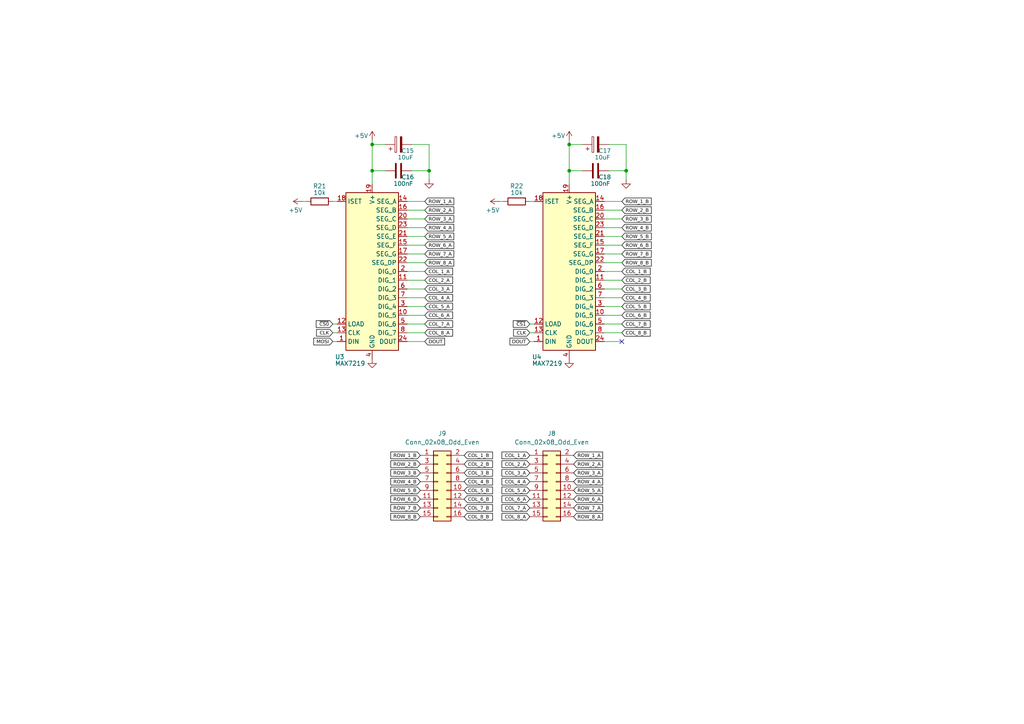
<source format=kicad_sch>
(kicad_sch (version 20250114) (generator "eeschema") (generator_version "9.0")
  (paper "A4")
  (lib_symbols
    (symbol "Connector_Generic:Conn_02x08_Odd_Even" (pin_names (offset 1.016) (hide yes))
      (property "Reference" "J" (at 1.27 10.16 0))
      (property "Value" "Conn_02x08_Odd_Even" (at 1.27 -12.7 0))
      (symbol "Conn_02x08_Odd_Even_1_1"
        (rectangle (start -1.27 8.89) (end 3.81 -11.43) (stroke (width 0.254)) (fill (type background)))
        (rectangle (start -1.27 7.747) (end 0 7.493) (stroke (width 0.1524)))
        (rectangle (start -1.27 5.207) (end 0 4.953) (stroke (width 0.1524)))
        (rectangle (start -1.27 2.667) (end 0 2.413) (stroke (width 0.1524)))
        (rectangle (start -1.27 0.127) (end 0 -0.127) (stroke (width 0.1524)))
        (rectangle (start -1.27 -2.413) (end 0 -2.667) (stroke (width 0.1524)))
        (rectangle (start -1.27 -4.953) (end 0 -5.207) (stroke (width 0.1524)))
        (rectangle (start -1.27 -7.493) (end 0 -7.747) (stroke (width 0.1524)))
        (rectangle (start -1.27 -10.033) (end 0 -10.287) (stroke (width 0.1524)))
        (rectangle (start 3.81 7.747) (end 2.54 7.493) (stroke (width 0.1524)))
        (rectangle (start 3.81 5.207) (end 2.54 4.953) (stroke (width 0.1524)))
        (rectangle (start 3.81 2.667) (end 2.54 2.413) (stroke (width 0.1524)))
        (rectangle (start 3.81 0.127) (end 2.54 -0.127) (stroke (width 0.1524)))
        (rectangle (start 3.81 -2.413) (end 2.54 -2.667) (stroke (width 0.1524)))
        (rectangle (start 3.81 -4.953) (end 2.54 -5.207) (stroke (width 0.1524)))
        (rectangle (start 3.81 -7.493) (end 2.54 -7.747) (stroke (width 0.1524)))
        (rectangle (start 3.81 -10.033) (end 2.54 -10.287) (stroke (width 0.1524)))
        (pin passive line (at -5.08 7.62 0) (length 3.81) (name "Pin_1") (number "1"))
        (pin passive line (at -5.08 5.08 0) (length 3.81) (name "Pin_3") (number "3"))
        (pin passive line (at -5.08 2.54 0) (length 3.81) (name "Pin_5") (number "5"))
        (pin passive line (at -5.08 0 0) (length 3.81) (name "Pin_7") (number "7"))
        (pin passive line (at -5.08 -2.54 0) (length 3.81) (name "Pin_9") (number "9"))
        (pin passive line (at -5.08 -5.08 0) (length 3.81) (name "Pin_11") (number "11"))
        (pin passive line (at -5.08 -7.62 0) (length 3.81) (name "Pin_13") (number "13"))
        (pin passive line (at -5.08 -10.16 0) (length 3.81) (name "Pin_15") (number "15"))
        (pin passive line (at 7.62 7.62 180) (length 3.81) (name "Pin_2") (number "2"))
        (pin passive line (at 7.62 5.08 180) (length 3.81) (name "Pin_4") (number "4"))
        (pin passive line (at 7.62 2.54 180) (length 3.81) (name "Pin_6") (number "6"))
        (pin passive line (at 7.62 0 180) (length 3.81) (name "Pin_8") (number "8"))
        (pin passive line (at 7.62 -2.54 180) (length 3.81) (name "Pin_10") (number "10"))
        (pin passive line (at 7.62 -5.08 180) (length 3.81) (name "Pin_12") (number "12"))
        (pin passive line (at 7.62 -7.62 180) (length 3.81) (name "Pin_14") (number "14"))
        (pin passive line (at 7.62 -10.16 180) (length 3.81) (name "Pin_16") (number "16"))
      )
    )
    (symbol "Device:C" (pin_numbers (hide yes)) (pin_names (offset 0.254))
      (property "Reference" "C" (at 0.635 2.54 0))
      (property "Value" "C" (at 0.635 -2.54 0))
      (symbol "C_0_1"
        (polyline (pts (xy -2.032 0.762) (xy 2.032 0.762)) (stroke (width 0.508)))
        (polyline (pts (xy -2.032 -0.762) (xy 2.032 -0.762)) (stroke (width 0.508)))
      )
      (symbol "C_1_1"
        (pin passive line (at 0 3.81 270) (length 2.794) (name "~") (number "1"))
        (pin passive line (at 0 -3.81 90) (length 2.794) (name "~") (number "2"))
      )
    )
    (symbol "Device:C_Polarized" (pin_numbers (hide yes)) (pin_names (offset 0.254))
      (property "Reference" "C" (at 0.635 2.54 0))
      (property "Value" "C_Polarized" (at 0.635 -2.54 0))
      (symbol "C_Polarized_0_1"
        (rectangle (start -2.286 0.508) (end 2.286 1.016))
        (polyline (pts (xy -1.778 2.286) (xy -0.762 2.286)))
        (polyline (pts (xy -1.27 2.794) (xy -1.27 1.778)))
        (rectangle (start 2.286 -0.508) (end -2.286 -1.016) (fill (type outline)))
      )
      (symbol "C_Polarized_1_1"
        (pin passive line (at 0 3.81 270) (length 2.794) (name "~") (number "1"))
        (pin passive line (at 0 -3.81 90) (length 2.794) (name "~") (number "2"))
      )
    )
    (symbol "Device:R" (pin_numbers (hide yes)) (pin_names (offset 0))
      (property "Reference" "R" (at 2.032 0 90))
      (property "Value" "R" (at 0 0 90))
      (symbol "R_0_1"
        (rectangle (start -1.016 -2.54) (end 1.016 2.54) (stroke (width 0.254)))
      )
      (symbol "R_1_1"
        (pin passive line (at 0 3.81 270) (length 1.27) (name "~") (number "1"))
        (pin passive line (at 0 -3.81 90) (length 1.27) (name "~") (number "2"))
      )
    )
    (symbol "Driver_LED:MAX7219"
      (property "Reference" "U" (at -6.35 24.13 0))
      (property "Value" "MAX7219" (at 1.27 25.4 0))
      (symbol "MAX7219_0_1"
        (rectangle (start -7.62 22.86) (end 7.62 -22.86) (stroke (width 0.254)) (fill (type background)))
      )
      (symbol "MAX7219_1_1"
        (pin input line (at -10.16 20.32 0) (length 2.54) (name "ISET") (number "18"))
        (pin input line (at -10.16 -15.24 0) (length 2.54) (name "LOAD") (number "12"))
        (pin input line (at -10.16 -17.78 0) (length 2.54) (name "CLK") (number "13"))
        (pin input line (at -10.16 -20.32 0) (length 2.54) (name "DIN") (number "1"))
        (pin power_in line (at 0 25.4 270) (length 2.54) (name "V+") (number "19"))
        (pin power_in line (at 0 -25.4 90) (length 2.54) (name "GND") (number "4"))
        (pin passive line (at 0 -25.4 90) (length 2.54) (hide yes) (name "GND") (number "9"))
        (pin output line (at 10.16 20.32 180) (length 2.54) (name "SEG_A") (number "14"))
        (pin output line (at 10.16 17.78 180) (length 2.54) (name "SEG_B") (number "16"))
        (pin output line (at 10.16 15.24 180) (length 2.54) (name "SEG_C") (number "20"))
        (pin output line (at 10.16 12.7 180) (length 2.54) (name "SEG_D") (number "23"))
        (pin output line (at 10.16 10.16 180) (length 2.54) (name "SEG_E") (number "21"))
        (pin output line (at 10.16 7.62 180) (length 2.54) (name "SEG_F") (number "15"))
        (pin output line (at 10.16 5.08 180) (length 2.54) (name "SEG_G") (number "17"))
        (pin output line (at 10.16 2.54 180) (length 2.54) (name "SEG_DP") (number "22"))
        (pin output line (at 10.16 0 180) (length 2.54) (name "DIG_0") (number "2"))
        (pin output line (at 10.16 -2.54 180) (length 2.54) (name "DIG_1") (number "11"))
        (pin output line (at 10.16 -5.08 180) (length 2.54) (name "DIG_2") (number "6"))
        (pin output line (at 10.16 -7.62 180) (length 2.54) (name "DIG_3") (number "7"))
        (pin output line (at 10.16 -10.16 180) (length 2.54) (name "DIG_4") (number "3"))
        (pin output line (at 10.16 -12.7 180) (length 2.54) (name "DIG_5") (number "10"))
        (pin output line (at 10.16 -15.24 180) (length 2.54) (name "DIG_6") (number "5"))
        (pin output line (at 10.16 -17.78 180) (length 2.54) (name "DIG_7") (number "8"))
        (pin output line (at 10.16 -20.32 180) (length 2.54) (name "DOUT") (number "24"))
      )
    )
    (symbol "GND_1" (power) (pin_numbers (hide yes)) (pin_names (offset 0) (hide yes))
      (property "Value" "GND" (at 0 -3.81 0))
      (symbol "GND_1_0_1"
        (polyline (pts (xy 0 0) (xy 0 -1.27) (xy 1.27 -1.27) (xy 0 -2.54) (xy -1.27 -1.27) (xy 0 -1.27)))
      )
      (symbol "GND_1_1_1"
        (pin power_in line (at 0 0 270) (length 0) (name "~") (number "1"))
      )
    )
    (symbol "power:+5V" (power) (pin_numbers (hide yes)) (pin_names (offset 0) (hide yes))
      (property "Value" "+5V" (at 0 3.556 0))
      (symbol "+5V_0_1"
        (polyline (pts (xy -0.762 1.27) (xy 0 2.54)))
        (polyline (pts (xy 0 2.54) (xy 0.762 1.27)))
        (polyline (pts (xy 0 0) (xy 0 2.54)))
      )
      (symbol "+5V_1_1"
        (pin power_in line (at 0 0 90) (length 0) (name "~") (number "1"))
      )
    )
    (symbol "power:GND" (power) (pin_names (offset 0))
      (property "Value" "GND" (at 0 -3.81 0))
      (symbol "GND_0_1"
        (polyline (pts (xy 0 0) (xy 0 -1.27) (xy 1.27 -1.27) (xy 0 -2.54) (xy -1.27 -1.27) (xy 0 -1.27)))
      )
      (symbol "GND_1_1"
        (pin power_in line (at 0 0 270) (length 0) (hide yes) (name "GND") (number "1"))
      )
    )
  )
  (junction (at 181.61 49.53))
  (junction (at 107.95 49.53))
  (junction (at 124.46 49.53))
  (junction (at 165.1 41.91))
  (junction (at 165.1 49.53))
  (junction (at 107.95 41.91))
  (no_connect (at 180.34 99.06))
  (wire (pts (xy 123.19 81.28) (xy 118.11 81.28)))
  (wire (pts (xy 153.67 99.06) (xy 154.94 99.06)))
  (wire (pts (xy 123.19 93.98) (xy 118.11 93.98)))
  (wire (pts (xy 118.11 76.2) (xy 123.19 76.2)))
  (wire (pts (xy 180.34 73.66) (xy 175.26 73.66)))
  (wire (pts (xy 181.61 41.91) (xy 181.61 49.53)))
  (wire (pts (xy 111.76 49.53) (xy 107.95 49.53)))
  (wire (pts (xy 119.38 41.91) (xy 124.46 41.91)))
  (wire (pts (xy 118.11 99.06) (xy 123.19 99.06)))
  (wire (pts (xy 124.46 41.91) (xy 124.46 49.53)))
  (wire (pts (xy 175.26 76.2) (xy 180.34 76.2)))
  (wire (pts (xy 96.52 99.06) (xy 97.79 99.06)))
  (wire (pts (xy 144.78 58.42) (xy 146.05 58.42)))
  (wire (pts (xy 181.61 49.53) (xy 181.61 52.07)))
  (wire (pts (xy 180.34 68.58) (xy 175.26 68.58)))
  (wire (pts (xy 123.19 63.5) (xy 118.11 63.5)))
  (wire (pts (xy 153.67 93.98) (xy 154.94 93.98)))
  (wire (pts (xy 107.95 40.64) (xy 107.95 41.91)))
  (wire (pts (xy 96.52 93.98) (xy 97.79 93.98)))
  (wire (pts (xy 175.26 99.06) (xy 180.34 99.06)))
  (wire (pts (xy 119.38 49.53) (xy 124.46 49.53)))
  (wire (pts (xy 180.34 78.74) (xy 175.26 78.74)))
  (wire (pts (xy 165.1 41.91) (xy 168.91 41.91)))
  (wire (pts (xy 123.19 91.44) (xy 118.11 91.44)))
  (wire (pts (xy 180.34 93.98) (xy 175.26 93.98)))
  (wire (pts (xy 180.34 86.36) (xy 175.26 86.36)))
  (wire (pts (xy 123.19 68.58) (xy 118.11 68.58)))
  (wire (pts (xy 180.34 60.96) (xy 175.26 60.96)))
  (wire (pts (xy 153.67 58.42) (xy 154.94 58.42)))
  (wire (pts (xy 87.63 58.42) (xy 88.9 58.42)))
  (wire (pts (xy 123.19 78.74) (xy 118.11 78.74)))
  (wire (pts (xy 123.19 86.36) (xy 118.11 86.36)))
  (wire (pts (xy 107.95 49.53) (xy 107.95 53.34)))
  (wire (pts (xy 180.34 71.12) (xy 175.26 71.12)))
  (wire (pts (xy 96.52 96.52) (xy 97.79 96.52)))
  (wire (pts (xy 168.91 49.53) (xy 165.1 49.53)))
  (wire (pts (xy 123.19 88.9) (xy 118.11 88.9)))
  (wire (pts (xy 180.34 88.9) (xy 175.26 88.9)))
  (wire (pts (xy 180.34 83.82) (xy 175.26 83.82)))
  (wire (pts (xy 175.26 96.52) (xy 180.34 96.52)))
  (wire (pts (xy 124.46 49.53) (xy 124.46 52.07)))
  (wire (pts (xy 123.19 83.82) (xy 118.11 83.82)))
  (wire (pts (xy 107.95 41.91) (xy 107.95 49.53)))
  (wire (pts (xy 180.34 81.28) (xy 175.26 81.28)))
  (wire (pts (xy 165.1 49.53) (xy 165.1 53.34)))
  (wire (pts (xy 180.34 58.42) (xy 175.26 58.42)))
  (wire (pts (xy 123.19 66.04) (xy 118.11 66.04)))
  (wire (pts (xy 123.19 73.66) (xy 118.11 73.66)))
  (wire (pts (xy 165.1 40.64) (xy 165.1 41.91)))
  (wire (pts (xy 123.19 60.96) (xy 118.11 60.96)))
  (wire (pts (xy 176.53 49.53) (xy 181.61 49.53)))
  (wire (pts (xy 123.19 71.12) (xy 118.11 71.12)))
  (wire (pts (xy 165.1 41.91) (xy 165.1 49.53)))
  (wire (pts (xy 96.52 58.42) (xy 97.79 58.42)))
  (wire (pts (xy 176.53 41.91) (xy 181.61 41.91)))
  (wire (pts (xy 180.34 66.04) (xy 175.26 66.04)))
  (wire (pts (xy 153.67 96.52) (xy 154.94 96.52)))
  (wire (pts (xy 123.19 58.42) (xy 118.11 58.42)))
  (wire (pts (xy 118.11 96.52) (xy 123.19 96.52)))
  (wire (pts (xy 180.34 63.5) (xy 175.26 63.5)))
  (wire (pts (xy 107.95 41.91) (xy 111.76 41.91)))
  (wire (pts (xy 180.34 91.44) (xy 175.26 91.44)))
  (global_label "COL_7_B" (shape input) (at 180.34 93.98 0) (effects (font (size 1 1))) (property "Intersheetrefs" "${INTERSHEET_REFS}" (effects (hide yes))))
  (global_label "ROW_3_A" (shape input) (at 123.19 63.5 0) (effects (font (size 1 1))) (property "Intersheetrefs" "${INTERSHEET_REFS}" (effects (hide yes))))
  (global_label "ROW_2_A" (shape input) (at 166.37 134.62 0) (effects (font (size 1 1))) (property "Intersheetrefs" "${INTERSHEET_REFS}" (effects (hide yes))))
  (global_label "ROW_7_A" (shape input) (at 123.19 73.66 0) (effects (font (size 1 1))) (property "Intersheetrefs" "${INTERSHEET_REFS}" (effects (hide yes))))
  (global_label "COL_5_B" (shape input) (at 180.34 88.9 0) (effects (font (size 1 1))) (property "Intersheetrefs" "${INTERSHEET_REFS}" (effects (hide yes))))
  (global_label "COL_2_A" (shape input) (at 153.67 134.62 180) (effects (font (size 1 1))) (property "Intersheetrefs" "${INTERSHEET_REFS}" (effects (hide yes))))
  (global_label "COL_6_B" (shape input) (at 180.34 91.44 0) (effects (font (size 1 1))) (property "Intersheetrefs" "${INTERSHEET_REFS}" (effects (hide yes))))
  (global_label "COL_8_A" (shape input) (at 153.67 149.86 180) (effects (font (size 1 1))) (property "Intersheetrefs" "${INTERSHEET_REFS}" (effects (hide yes))))
  (global_label "ROW_2_B" (shape input) (at 180.34 60.96 0) (effects (font (size 1 1))) (property "Intersheetrefs" "${INTERSHEET_REFS}" (effects (hide yes))))
  (global_label "ROW_1_A" (shape input) (at 123.19 58.42 0) (effects (font (size 1 1))) (property "Intersheetrefs" "${INTERSHEET_REFS}" (effects (hide yes))))
  (global_label "ROW_6_B" (shape input) (at 121.92 144.78 180) (effects (font (size 1 1))) (property "Intersheetrefs" "${INTERSHEET_REFS}" (effects (hide yes))))
  (global_label "ROW_8_B" (shape input) (at 180.34 76.2 0) (effects (font (size 1 1))) (property "Intersheetrefs" "${INTERSHEET_REFS}" (effects (hide yes))))
  (global_label "COL_5_B" (shape input) (at 134.62 142.24 0) (effects (font (size 1 1))) (property "Intersheetrefs" "${INTERSHEET_REFS}" (effects (hide yes))))
  (global_label "ROW_8_B" (shape input) (at 121.92 149.86 180) (effects (font (size 1 1))) (property "Intersheetrefs" "${INTERSHEET_REFS}" (effects (hide yes))))
  (global_label "ROW_7_A" (shape input) (at 166.37 147.32 0) (effects (font (size 1 1))) (property "Intersheetrefs" "${INTERSHEET_REFS}" (effects (hide yes))))
  (global_label "ROW_4_B" (shape input) (at 180.34 66.04 0) (effects (font (size 1 1))) (property "Intersheetrefs" "${INTERSHEET_REFS}" (effects (hide yes))))
  (global_label "DOUT" (shape input) (at 123.19 99.06 0) (effects (font (size 1 1))) (property "Intersheetrefs" "${INTERSHEET_REFS}" (effects (hide yes))))
  (global_label "COL_3_B" (shape input) (at 134.62 137.16 0) (effects (font (size 1 1))) (property "Intersheetrefs" "${INTERSHEET_REFS}" (effects (hide yes))))
  (global_label "COL_8_A" (shape input) (at 123.19 96.52 0) (effects (font (size 1 1))) (property "Intersheetrefs" "${INTERSHEET_REFS}" (effects (hide yes))))
  (global_label "COL_8_B" (shape input) (at 180.34 96.52 0) (effects (font (size 1 1))) (property "Intersheetrefs" "${INTERSHEET_REFS}" (effects (hide yes))))
  (global_label "COL_2_A" (shape input) (at 123.19 81.28 0) (effects (font (size 1 1))) (property "Intersheetrefs" "${INTERSHEET_REFS}" (effects (hide yes))))
  (global_label "COL_2_B" (shape input) (at 134.62 134.62 0) (effects (font (size 1 1))) (property "Intersheetrefs" "${INTERSHEET_REFS}" (effects (hide yes))))
  (global_label "COL_7_A" (shape input) (at 153.67 147.32 180) (effects (font (size 1 1))) (property "Intersheetrefs" "${INTERSHEET_REFS}" (effects (hide yes))))
  (global_label "ROW_5_B" (shape input) (at 121.92 142.24 180) (effects (font (size 1 1))) (property "Intersheetrefs" "${INTERSHEET_REFS}" (effects (hide yes))))
  (global_label "~{CS0}" (shape input) (at 96.52 93.98 180) (effects (font (size 1 1))) (property "Intersheetrefs" "${INTERSHEET_REFS}" (effects (hide yes))))
  (global_label "ROW_1_B" (shape input) (at 180.34 58.42 0) (effects (font (size 1 1))) (property "Intersheetrefs" "${INTERSHEET_REFS}" (effects (hide yes))))
  (global_label "COL_4_A" (shape input) (at 153.67 139.7 180) (effects (font (size 1 1))) (property "Intersheetrefs" "${INTERSHEET_REFS}" (effects (hide yes))))
  (global_label "COL_1_A" (shape input) (at 153.67 132.08 180) (effects (font (size 1 1))) (property "Intersheetrefs" "${INTERSHEET_REFS}" (effects (hide yes))))
  (global_label "COL_3_A" (shape input) (at 123.19 83.82 0) (effects (font (size 1 1))) (property "Intersheetrefs" "${INTERSHEET_REFS}" (effects (hide yes))))
  (global_label "ROW_2_A" (shape input) (at 123.19 60.96 0) (effects (font (size 1 1))) (property "Intersheetrefs" "${INTERSHEET_REFS}" (effects (hide yes))))
  (global_label "COL_2_B" (shape input) (at 180.34 81.28 0) (effects (font (size 1 1))) (property "Intersheetrefs" "${INTERSHEET_REFS}" (effects (hide yes))))
  (global_label "COL_1_A" (shape input) (at 123.19 78.74 0) (effects (font (size 1 1))) (property "Intersheetrefs" "${INTERSHEET_REFS}" (effects (hide yes))))
  (global_label "COL_5_A" (shape input) (at 123.19 88.9 0) (effects (font (size 1 1))) (property "Intersheetrefs" "${INTERSHEET_REFS}" (effects (hide yes))))
  (global_label "COL_4_B" (shape input) (at 180.34 86.36 0) (effects (font (size 1 1))) (property "Intersheetrefs" "${INTERSHEET_REFS}" (effects (hide yes))))
  (global_label "ROW_1_B" (shape input) (at 121.92 132.08 180) (effects (font (size 1 1))) (property "Intersheetrefs" "${INTERSHEET_REFS}" (effects (hide yes))))
  (global_label "COL_3_B" (shape input) (at 180.34 83.82 0) (effects (font (size 1 1))) (property "Intersheetrefs" "${INTERSHEET_REFS}" (effects (hide yes))))
  (global_label "ROW_2_B" (shape input) (at 121.92 134.62 180) (effects (font (size 1 1))) (property "Intersheetrefs" "${INTERSHEET_REFS}" (effects (hide yes))))
  (global_label "COL_7_A" (shape input) (at 123.19 93.98 0) (effects (font (size 1 1))) (property "Intersheetrefs" "${INTERSHEET_REFS}" (effects (hide yes))))
  (global_label "DOUT" (shape input) (at 153.67 99.06 180) (effects (font (size 1 1))) (property "Intersheetrefs" "${INTERSHEET_REFS}" (effects (hide yes))))
  (global_label "COL_4_A" (shape input) (at 123.19 86.36 0) (effects (font (size 1 1))) (property "Intersheetrefs" "${INTERSHEET_REFS}" (effects (hide yes))))
  (global_label "ROW_3_A" (shape input) (at 166.37 137.16 0) (effects (font (size 1 1))) (property "Intersheetrefs" "${INTERSHEET_REFS}" (effects (hide yes))))
  (global_label "CLK" (shape input) (at 153.67 96.52 180) (effects (font (size 1 1))) (property "Intersheetrefs" "${INTERSHEET_REFS}" (effects (hide yes))))
  (global_label "ROW_7_B" (shape input) (at 121.92 147.32 180) (effects (font (size 1 1))) (property "Intersheetrefs" "${INTERSHEET_REFS}" (effects (hide yes))))
  (global_label "COL_1_B" (shape input) (at 180.34 78.74 0) (effects (font (size 1 1))) (property "Intersheetrefs" "${INTERSHEET_REFS}" (effects (hide yes))))
  (global_label "ROW_6_A" (shape input) (at 123.19 71.12 0) (effects (font (size 1 1))) (property "Intersheetrefs" "${INTERSHEET_REFS}" (effects (hide yes))))
  (global_label "COL_1_B" (shape input) (at 134.62 132.08 0) (effects (font (size 1 1))) (property "Intersheetrefs" "${INTERSHEET_REFS}" (effects (hide yes))))
  (global_label "COL_6_A" (shape input) (at 153.67 144.78 180) (effects (font (size 1 1))) (property "Intersheetrefs" "${INTERSHEET_REFS}" (effects (hide yes))))
  (global_label "MOSI" (shape input) (at 96.52 99.06 180) (effects (font (size 1 1))) (property "Intersheetrefs" "${INTERSHEET_REFS}" (effects (hide yes))))
  (global_label "ROW_4_B" (shape input) (at 121.92 139.7 180) (effects (font (size 1 1))) (property "Intersheetrefs" "${INTERSHEET_REFS}" (effects (hide yes))))
  (global_label "ROW_5_A" (shape input) (at 123.19 68.58 0) (effects (font (size 1 1))) (property "Intersheetrefs" "${INTERSHEET_REFS}" (effects (hide yes))))
  (global_label "COL_3_A" (shape input) (at 153.67 137.16 180) (effects (font (size 1 1))) (property "Intersheetrefs" "${INTERSHEET_REFS}" (effects (hide yes))))
  (global_label "ROW_4_A" (shape input) (at 123.19 66.04 0) (effects (font (size 1 1))) (property "Intersheetrefs" "${INTERSHEET_REFS}" (effects (hide yes))))
  (global_label "ROW_7_B" (shape input) (at 180.34 73.66 0) (effects (font (size 1 1))) (property "Intersheetrefs" "${INTERSHEET_REFS}" (effects (hide yes))))
  (global_label "ROW_4_A" (shape input) (at 166.37 139.7 0) (effects (font (size 1 1))) (property "Intersheetrefs" "${INTERSHEET_REFS}" (effects (hide yes))))
  (global_label "ROW_3_B" (shape input) (at 121.92 137.16 180) (effects (font (size 1 1))) (property "Intersheetrefs" "${INTERSHEET_REFS}" (effects (hide yes))))
  (global_label "ROW_5_B" (shape input) (at 180.34 68.58 0) (effects (font (size 1 1))) (property "Intersheetrefs" "${INTERSHEET_REFS}" (effects (hide yes))))
  (global_label "ROW_3_B" (shape input) (at 180.34 63.5 0) (effects (font (size 1 1))) (property "Intersheetrefs" "${INTERSHEET_REFS}" (effects (hide yes))))
  (global_label "COL_4_B" (shape input) (at 134.62 139.7 0) (effects (font (size 1 1))) (property "Intersheetrefs" "${INTERSHEET_REFS}" (effects (hide yes))))
  (global_label "COL_7_B" (shape input) (at 134.62 147.32 0) (effects (font (size 1 1))) (property "Intersheetrefs" "${INTERSHEET_REFS}" (effects (hide yes))))
  (global_label "ROW_1_A" (shape input) (at 166.37 132.08 0) (effects (font (size 1 1))) (property "Intersheetrefs" "${INTERSHEET_REFS}" (effects (hide yes))))
  (global_label "~{CS1}" (shape input) (at 153.67 93.98 180) (effects (font (size 1 1))) (property "Intersheetrefs" "${INTERSHEET_REFS}" (effects (hide yes))))
  (global_label "COL_6_A" (shape input) (at 123.19 91.44 0) (effects (font (size 1 1))) (property "Intersheetrefs" "${INTERSHEET_REFS}" (effects (hide yes))))
  (global_label "COL_5_A" (shape input) (at 153.67 142.24 180) (effects (font (size 1 1))) (property "Intersheetrefs" "${INTERSHEET_REFS}" (effects (hide yes))))
  (global_label "ROW_6_A" (shape input) (at 166.37 144.78 0) (effects (font (size 1 1))) (property "Intersheetrefs" "${INTERSHEET_REFS}" (effects (hide yes))))
  (global_label "COL_6_B" (shape input) (at 134.62 144.78 0) (effects (font (size 1 1))) (property "Intersheetrefs" "${INTERSHEET_REFS}" (effects (hide yes))))
  (global_label "ROW_8_A" (shape input) (at 166.37 149.86 0) (effects (font (size 1 1))) (property "Intersheetrefs" "${INTERSHEET_REFS}" (effects (hide yes))))
  (global_label "COL_8_B" (shape input) (at 134.62 149.86 0) (effects (font (size 1 1))) (property "Intersheetrefs" "${INTERSHEET_REFS}" (effects (hide yes))))
  (global_label "ROW_6_B" (shape input) (at 180.34 71.12 0) (effects (font (size 1 1))) (property "Intersheetrefs" "${INTERSHEET_REFS}" (effects (hide yes))))
  (global_label "ROW_5_A" (shape input) (at 166.37 142.24 0) (effects (font (size 1 1))) (property "Intersheetrefs" "${INTERSHEET_REFS}" (effects (hide yes))))
  (global_label "ROW_8_A" (shape input) (at 123.19 76.2 0) (effects (font (size 1 1))) (property "Intersheetrefs" "${INTERSHEET_REFS}" (effects (hide yes))))
  (global_label "CLK" (shape input) (at 96.52 96.52 180) (effects (font (size 1 1))) (property "Intersheetrefs" "${INTERSHEET_REFS}" (effects (hide yes))))
  (symbol (lib_id "power:+5V") (at 165.1 40.64 0) (unit 1)
    (property "Reference" "#PWR065" (effects (hide yes)))
    (property "Value" "+5V" (at 161.925 39.37 0))
    (property "Description" "Power symbol creates a global label with name \"+5V\"" (effects (hide yes)))
  )
  (symbol (lib_name "GND_1") (lib_id "power:GND") (at 124.46 52.07 0) (unit 1)
    (property "Reference" "#PWR063" (effects (hide yes)))
    (property "Value" "GND" (effects (hide yes)))
    (property "Description" "Power symbol creates a global label with name \"GND\" , ground" (effects (hide yes)))
  )
  (symbol (lib_id "power:+5V") (at 144.78 58.42 90) (unit 1)
    (property "Reference" "#PWR064" (effects (hide yes)))
    (property "Value" "+5V" (at 142.875 60.96 90))
    (property "Description" "Power symbol creates a global label with name \"+5V\"" (effects (hide yes)))
  )
  (symbol (lib_id "power:+5V") (at 107.95 40.64 0) (unit 1)
    (property "Reference" "#PWR061" (effects (hide yes)))
    (property "Value" "+5V" (at 104.775 39.37 0))
    (property "Description" "Power symbol creates a global label with name \"+5V\"" (effects (hide yes)))
  )
  (symbol (lib_id "Device:C_Polarized") (at 115.57 41.91 90) (unit 1)
    (property "Reference" "C15" (at 120.015 43.815 90) (effects (justify left)))
    (property "Value" "10uF" (at 120.015 45.72 90) (effects (justify left)))
    (property "Footprint" "Capacitor_Tantalum_SMD:CP_EIA-3216-18_Kemet-A_Pad1.58x1.35mm_HandSolder" (effects (hide yes)))
  )
  (symbol (lib_id "Device:C_Polarized") (at 172.72 41.91 90) (unit 1)
    (property "Reference" "C17" (at 177.165 43.815 90) (effects (justify left)))
    (property "Value" "10uF" (at 177.165 45.72 90) (effects (justify left)))
    (property "Footprint" "Capacitor_Tantalum_SMD:CP_EIA-3216-18_Kemet-A_Pad1.58x1.35mm_HandSolder" (effects (hide yes)))
  )
  (symbol (lib_id "Device:C") (at 115.57 49.53 90) (mirror x) (unit 1)
    (property "Reference" "C16" (at 120.015 51.435 90) (effects (justify left)))
    (property "Value" "100nF" (at 120.015 53.34 90) (effects (justify left)))
    (property "Footprint" "Capacitor_SMD:C_0805_2012Metric_Pad1.18x1.45mm_HandSolder" (effects (hide yes)))
  )
  (symbol (lib_id "power:GND") (at 107.95 104.14 0) (unit 1)
    (property "Reference" "#PWR062" (effects (hide yes)))
    (property "Value" "GND" (effects (hide yes)))
  )
  (symbol (lib_id "Device:R") (at 149.86 58.42 90) (unit 1)
    (property "Reference" "R22" (at 149.86 53.975 90))
    (property "Value" "10k" (at 149.86 55.88 90))
    (property "Footprint" "Resistor_SMD:R_0805_2012Metric_Pad1.20x1.40mm_HandSolder" (effects (hide yes)))
    (property "Description" "Resistor" (effects (hide yes)))
  )
  (symbol (lib_id "power:GND") (at 165.1 104.14 0) (unit 1)
    (property "Reference" "#PWR066" (effects (hide yes)))
    (property "Value" "GND" (effects (hide yes)))
  )
  (symbol (lib_id "power:+5V") (at 87.63 58.42 90) (unit 1)
    (property "Reference" "#PWR060" (effects (hide yes)))
    (property "Value" "+5V" (at 85.725 60.96 90))
    (property "Description" "Power symbol creates a global label with name \"+5V\"" (effects (hide yes)))
  )
  (symbol (lib_id "Driver_LED:MAX7219") (at 107.95 78.74 0) (unit 1)
    (property "Reference" "U3" (at 97.155 103.505 0) (effects (justify left)))
    (property "Value" "MAX7219" (at 97.155 105.41 0) (effects (justify left)))
    (property "Footprint" "Package_SO:SOP-24_7.5x15.4mm_P1.27mm" (effects (hide yes)))
    (property "Datasheet" "https://datasheets.maximintegrated.com/en/ds/MAX7219-MAX7221.pdf" (effects (hide yes)))
    (property "Description" "8-Digit LED Display Driver" (effects (hide yes)))
  )
  (symbol (lib_id "Connector_Generic:Conn_02x08_Odd_Even") (at 158.75 139.7 0) (unit 1)
    (property "Reference" "J8" (at 160.02 125.73 0))
    (property "Value" "Conn_02x08_Odd_Even" (at 160.02 128.27 0))
    (property "Footprint" "Connector_PinSocket_2.54mm:PinSocket_2x08_P2.54mm_Vertical_SMD" (effects (hide yes)))
    (property "Description" "Generic connector, double row, 02x08, odd/even pin numbering scheme (row 1 odd numbers, row 2 even numbers), script generated (kicad-library-utils/schlib/autogen/connector/)" (effects (hide yes)))
  )
  (symbol (lib_id "Connector_Generic:Conn_02x08_Odd_Even") (at 127 139.7 0) (unit 1)
    (property "Reference" "J9" (at 128.27 125.73 0))
    (property "Value" "Conn_02x08_Odd_Even" (at 128.27 128.27 0))
    (property "Footprint" "Connector_PinSocket_2.54mm:PinSocket_2x08_P2.54mm_Vertical_SMD" (effects (hide yes)))
    (property "Description" "Generic connector, double row, 02x08, odd/even pin numbering scheme (row 1 odd numbers, row 2 even numbers), script generated (kicad-library-utils/schlib/autogen/connector/)" (effects (hide yes)))
  )
  (symbol (lib_name "GND_1") (lib_id "power:GND") (at 181.61 52.07 0) (unit 1)
    (property "Reference" "#PWR067" (effects (hide yes)))
    (property "Value" "GND" (effects (hide yes)))
    (property "Description" "Power symbol creates a global label with name \"GND\" , ground" (effects (hide yes)))
  )
  (symbol (lib_id "Device:C") (at 172.72 49.53 90) (mirror x) (unit 1)
    (property "Reference" "C18" (at 177.165 51.435 90) (effects (justify left)))
    (property "Value" "100nF" (at 177.165 53.34 90) (effects (justify left)))
    (property "Footprint" "Capacitor_SMD:C_0805_2012Metric_Pad1.18x1.45mm_HandSolder" (effects (hide yes)))
  )
  (symbol (lib_id "Driver_LED:MAX7219") (at 165.1 78.74 0) (unit 1)
    (property "Reference" "U4" (at 154.305 103.505 0) (effects (justify left)))
    (property "Value" "MAX7219" (at 154.305 105.41 0) (effects (justify left)))
    (property "Footprint" "Package_SO:SOP-24_7.5x15.4mm_P1.27mm" (effects (hide yes)))
    (property "Datasheet" "https://datasheets.maximintegrated.com/en/ds/MAX7219-MAX7221.pdf" (effects (hide yes)))
    (property "Description" "8-Digit LED Display Driver" (effects (hide yes)))
  )
  (symbol (lib_id "Device:R") (at 92.71 58.42 90) (unit 1)
    (property "Reference" "R21" (at 92.71 53.975 90))
    (property "Value" "10k" (at 92.71 55.88 90))
    (property "Footprint" "Resistor_SMD:R_0805_2012Metric_Pad1.20x1.40mm_HandSolder" (effects (hide yes)))
    (property "Description" "Resistor" (effects (hide yes)))
  )
)
</source>
